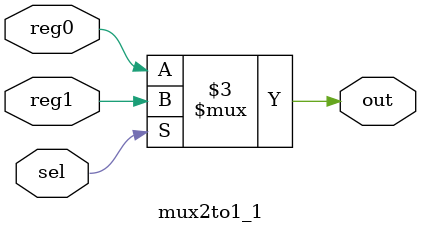
<source format=v>
module mux2to1_1(
    input reg0,
    input reg1,
    input sel,
    output reg out
);

    always @(*) begin
        if (sel)
            out = reg1;
        else
            out = reg0;
    end

endmodule
</source>
